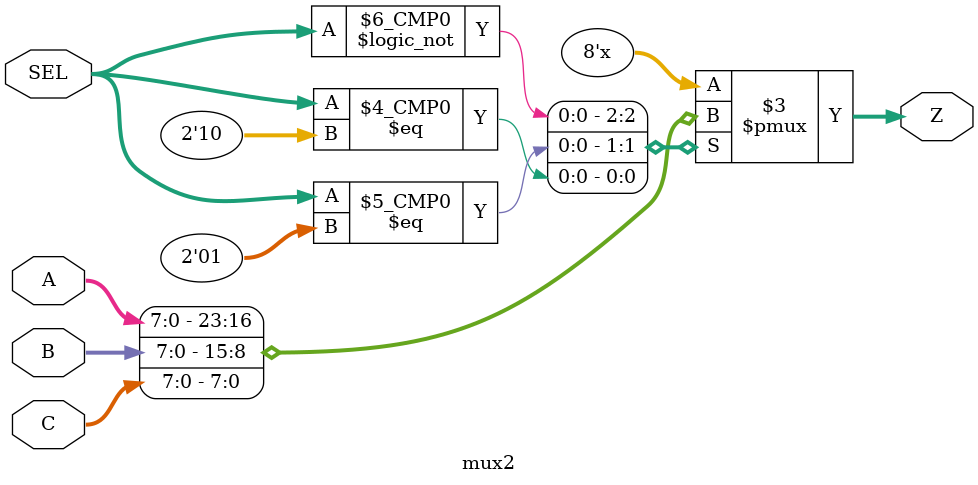
<source format=sv>
module mux2(
    input [7:0] A,B,C,
    input [1:0] SEL,
    output logic [7:0] Z
    );

  always_comb begin
    case(SEL)
      2'b00: Z = A;
      2'b01: Z = B;
      2'b10: Z = C;	
    endcase
  end

endmodule

</source>
